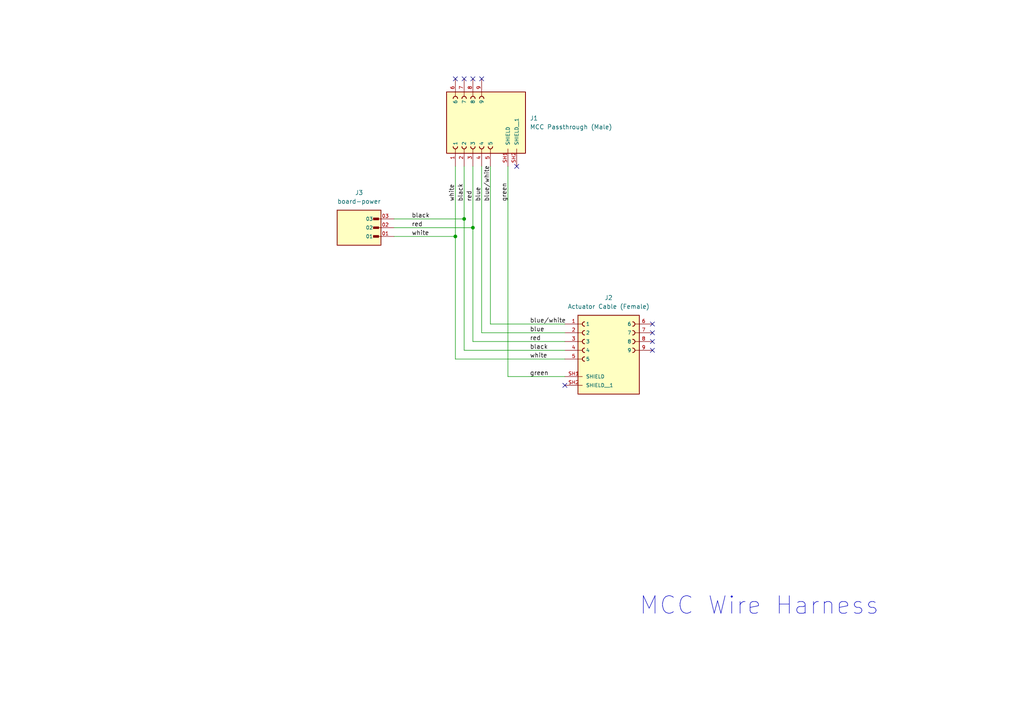
<source format=kicad_sch>
(kicad_sch (version 20250114) (generator "eeschema") (generator_version "9.0")
  (paper "A4")
  (lib_symbols
    (symbol "custom_library:jst-power" (pin_names (offset 1.016))
      (property "Reference" "J2" (at 10.16 -1.778 90))
      (property "Value" "jst-power" (at 12.446 -4.572 90))
      (symbol "jst-power_0_0"
        (rectangle (start -6.35 -5.08) (end 6.35 5.08) (stroke (width 0.254)) (fill (type background)))
        (rectangle (start -5.715 2.2225) (end -4.1275 2.8575) (stroke (width 0.1)) (fill (type outline)))
        (rectangle (start -5.715 -0.3175) (end -4.1275 0.3175) (stroke (width 0.1)) (fill (type outline)))
        (rectangle (start -5.715 -2.8575) (end -4.1275 -2.2225) (stroke (width 0.1)) (fill (type outline)))
        (pin passive line (at -10.16 2.54 0) (length 5.08) (name "01") (number "01"))
        (pin power_out line (at -10.16 0 0) (length 5.08) (name "02") (number "02"))
        (pin passive line (at -10.16 -2.54 0) (length 5.08) (name "03") (number "03"))
      )
    )
    (symbol "dsub1:LD09S24A4GV00LF" (pin_names (offset 1.016))
      (property "Reference" "J" (at -7.62 10.922 0))
      (property "Value" "LD09S24A4GV00LF" (at -7.62 -15.24 0))
      (symbol "LD09S24A4GV00LF_0_0"
        (rectangle (start -8.89 -12.7) (end 8.89 10.16) (stroke (width 0.254)) (fill (type background)))
        (arc (start -6.985 6.985) (mid -7.6172 7.62) (end -6.985 8.255) (stroke (width 0.254)))
        (arc (start -6.985 4.445) (mid -7.6172 5.08) (end -6.985 5.715) (stroke (width 0.254)))
        (arc (start -6.985 1.905) (mid -7.6172 2.54) (end -6.985 3.175) (stroke (width 0.254)))
        (arc (start -6.985 -0.635) (mid -7.6172 0) (end -6.985 0.635) (stroke (width 0.254)))
        (arc (start -6.985 -3.175) (mid -7.6172 -2.54) (end -6.985 -1.905) (stroke (width 0.254)))
        (arc (start 6.985 8.255) (mid 7.6172 7.62) (end 6.985 6.985) (stroke (width 0.254)))
        (arc (start 6.985 5.715) (mid 7.6172 5.08) (end 6.985 4.445) (stroke (width 0.254)))
        (arc (start 6.985 3.175) (mid 7.6172 2.54) (end 6.985 1.905) (stroke (width 0.254)))
        (arc (start 6.985 0.635) (mid 7.6172 0) (end 6.985 -0.635) (stroke (width 0.254)))
        (pin passive line (at -12.7 7.62 0) (length 5.08) (name "1") (number "1"))
        (pin passive line (at -12.7 5.08 0) (length 5.08) (name "2") (number "2"))
        (pin passive line (at -12.7 2.54 0) (length 5.08) (name "3") (number "3"))
        (pin passive line (at -12.7 0 0) (length 5.08) (name "4") (number "4"))
        (pin passive line (at -12.7 -2.54 0) (length 5.08) (name "5") (number "5"))
        (pin passive line (at -12.7 -7.62 0) (length 5.08) (name "SHIELD") (number "SH1"))
        (pin passive line (at -12.7 -10.16 0) (length 5.08) (name "SHIELD__1") (number "SH2"))
        (pin passive line (at 12.7 7.62 180) (length 5.08) (name "6") (number "6"))
        (pin passive line (at 12.7 5.08 180) (length 5.08) (name "7") (number "7"))
        (pin passive line (at 12.7 2.54 180) (length 5.08) (name "8") (number "8"))
        (pin passive line (at 12.7 0 180) (length 5.08) (name "9") (number "9"))
      )
    )
  )
  (text "MCC Wire Harness" (at 220.218 175.768 0) (effects (font (size 5.08 5.08))))
  (junction (at 134.62 63.5))
  (junction (at 137.16 66.04))
  (junction (at 132.08 68.58))
  (no_connect (at 189.23 101.6))
  (no_connect (at 189.23 99.06))
  (no_connect (at 189.23 96.52))
  (no_connect (at 163.83 111.76))
  (no_connect (at 134.62 22.86))
  (no_connect (at 139.7 22.86))
  (no_connect (at 132.08 22.86))
  (no_connect (at 137.16 22.86))
  (no_connect (at 189.23 93.98))
  (no_connect (at 149.86 48.26))
  (wire (pts (xy 147.32 48.26) (xy 147.32 109.22)))
  (wire (pts (xy 134.62 63.5) (xy 134.62 101.6)))
  (wire (pts (xy 132.08 68.58) (xy 132.08 104.14)))
  (wire (pts (xy 114.3 66.04) (xy 137.16 66.04)))
  (wire (pts (xy 114.3 68.58) (xy 132.08 68.58)))
  (wire (pts (xy 147.32 109.22) (xy 163.83 109.22)))
  (wire (pts (xy 134.62 48.26) (xy 134.62 63.5)))
  (wire (pts (xy 134.62 101.6) (xy 163.83 101.6)))
  (wire (pts (xy 139.7 48.26) (xy 139.7 96.52)))
  (wire (pts (xy 142.24 93.98) (xy 163.83 93.98)))
  (wire (pts (xy 114.3 63.5) (xy 134.62 63.5)))
  (wire (pts (xy 139.7 96.52) (xy 163.83 96.52)))
  (wire (pts (xy 137.16 99.06) (xy 163.83 99.06)))
  (wire (pts (xy 132.08 104.14) (xy 163.83 104.14)))
  (wire (pts (xy 132.08 48.26) (xy 132.08 68.58)))
  (wire (pts (xy 137.16 66.04) (xy 137.16 99.06)))
  (wire (pts (xy 137.16 48.26) (xy 137.16 66.04)))
  (wire (pts (xy 142.24 48.26) (xy 142.24 93.98)))
  (label "black" (at 134.62 58.42 90))
  (label "white" (at 153.67 104.14 0))
  (label "white" (at 132.08 58.42 90))
  (label "blue" (at 153.67 96.52 0))
  (label "black" (at 119.38 63.5 0))
  (label "blue{slash}white" (at 153.67 93.98 0))
  (label "blue{slash}white" (at 142.24 58.42 90))
  (label "blue" (at 139.7 58.42 90))
  (label "green" (at 153.67 109.22 0))
  (label "red" (at 137.16 58.42 90))
  (label "red" (at 153.67 99.06 0))
  (label "green" (at 147.32 58.42 90))
  (label "white" (at 119.38 68.58 0))
  (label "black" (at 153.67 101.6 0))
  (label "red" (at 119.38 66.04 0))
  (symbol (lib_id "dsub1:LD09S24A4GV00LF") (at 139.7 35.56 90) (unit 1)
    (property "Reference" "J1" (at 153.67 34.2899 90) (effects (justify right)))
    (property "Value" "MCC Passthrough (Male)" (at 153.67 36.8299 90) (effects (justify right)))
    (property "Footprint" "LD09S24A4GV00LF:AMPHENOL_LD09S24A4GV00LF" (effects (hide yes)))
    (property "PARTREV" "B" (effects (hide yes)))
    (property "STANDARD" "Manufacturer recommendations" (effects (hide yes)))
    (property "MAXIMUM_PACKAGE_HEIGHT" "12.39mm" (effects (hide yes)))
    (property "MANUFACTURER" "Amphenol" (effects (hide yes)))
  )
  (symbol (lib_id "custom_library:jst-power") (at 104.14 66.04 180) (unit 1)
    (property "Reference" "J3" (at 104.14 55.88 0))
    (property "Value" "board-power" (at 104.14 58.42 0))
    (property "Footprint" "footprints:PHOENIX_1757255" (effects (hide yes)))
    (property "PARTREV" "28.07.2023" (effects (hide yes)))
    (property "STANDARD" "Manufacturer Recommendations" (effects (hide yes)))
    (property "MANUFACTURER" "Phoenix Contact" (effects (hide yes)))
  )
  (symbol (lib_id "dsub1:LD09S24A4GV00LF") (at 176.53 101.6 0) (unit 1)
    (property "Reference" "J2" (at 176.53 86.36 0))
    (property "Value" "Actuator Cable (Female)" (at 176.53 88.9 0))
    (property "Footprint" "LD09S24A4GV00LF:AMPHENOL_LD09S24A4GV00LF" (effects (hide yes)))
    (property "PARTREV" "B" (effects (hide yes)))
    (property "STANDARD" "Manufacturer recommendations" (effects (hide yes)))
    (property "MAXIMUM_PACKAGE_HEIGHT" "12.39mm" (effects (hide yes)))
    (property "MANUFACTURER" "Amphenol" (effects (hide yes)))
  )
)
</source>
